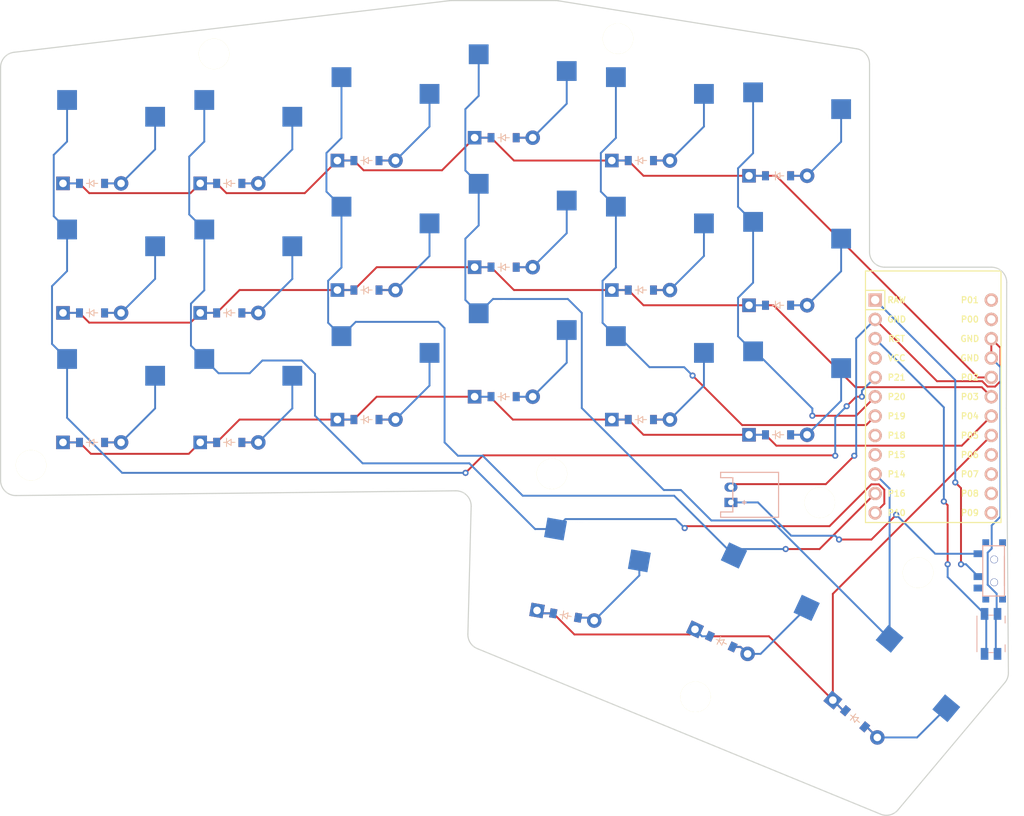
<source format=kicad_pcb>
(kicad_pcb (version 20240108) (generator "pcbnew") (generator_version "8.0")
  (title_block (title "left") (rev "v1.0.0") (company "Unknown"))
  (layers (0 "F.Cu" signal) (31 "B.Cu" signal) (34 "B.Paste" user) (35 "F.Paste" user) (36 "B.SilkS" user "B.Silkscreen") (37 "F.SilkS" user "F.Silkscreen") (38 "B.Mask" user) (39 "F.Mask" user) (44 "Edge.Cuts" user))
  (net 0 "")
  (net 1 "P21")
  (net 2 "outer_under")
  (net 3 "outer_middle")
  (net 4 "outer_upper")
  (net 5 "P10")
  (net 6 "pinky_under")
  (net 7 "pinky_middle")
  (net 8 "pinky_upper")
  (net 9 "P16")
  (net 10 "ring_under")
  (net 11 "ring_middle")
  (net 12 "ring_upper")
  (net 13 "P14")
  (net 14 "middle_under")
  (net 15 "middle_middle")
  (net 16 "middle_upper")
  (net 17 "P19")
  (net 18 "index_under")
  (net 19 "index_middle")
  (net 20 "index_upper")
  (net 21 "P20")
  (net 22 "inner_under")
  (net 23 "inner_middle")
  (net 24 "inner_upper")
  (net 25 "left_row")
  (net 26 "mid_row")
  (net 27 "right_row")
  (net 28 "P4")
  (net 29 "P3")
  (net 30 "P2")
  (net 31 "P5")
  (net 32 "RAW")
  (net 33 "GND")
  (net 34 "RST")
  (net 35 "VCC")
  (net 36 "P18")
  (net 37 "P15")
  (net 38 "P1")
  (net 39 "P0")
  (net 40 "P6")
  (net 41 "P7")
  (net 42 "P8")
  (net 43 "P9")
  (net 44 "pos")
  (footprint "E73:SPDT_C128955" (layer "F.Cu") (at 218.352246 121.867572 -90)
    (property "Reference" "T1" (hide yes))
    (property "Value" "" (hide yes))
  )
  (footprint "HOLE_M2_TH" (layer "F.Cu") (at 92 108)
    (property "Reference" "")
    (property "Value" "")
  )
  (footprint "ComboDiode" (layer "F.Cu") (at 154 82)
    (property "Reference" "D11" (hide yes))
    (property "Value" "" (hide yes))
  )
  (footprint "ComboDiode" (layer "F.Cu") (at 118 88)
    (property "Reference" "D5" (hide yes))
    (property "Value" "" (hide yes))
  )
  (footprint "ComboDiode" (layer "F.Cu") (at 136 102)
    (property "Reference" "D7" (hide yes))
    (property "Value" "" (hide yes))
  )
  (footprint "PG1350" (layer "F.Cu") (at 136 80)
    (property "Reference" "S8" (hide yes))
    (property "Value" "" (hide yes))
  )
  (footprint "JST_PH_S2B-PH-K_02x2.00mm_Angled" (layer "F.Cu") (at 183.815654 111.879931 90)
    (property "Reference" "JST1" (hide yes))
    (property "Value" "" (hide yes))
  )
  (footprint "PG1350" (layer "F.Cu") (at 172 80)
    (property "Reference" "S14" (hide yes))
    (property "Value" "" (hide yes))
  )
  (footprint "PG1350" (layer "F.Cu") (at 118 83)
    (property "Reference" "S5" (hide yes))
    (property "Value" "" (hide yes))
  )
  (footprint "ComboDiode" (layer "F.Cu") (at 172 85)
    (property "Reference" "D14" (hide yes))
    (property "Value" "" (hide yes))
  )
  (footprint "HOLE_M2_TH" (layer "F.Cu") (at 195.475512 112.903501 -25)
    (property "Reference" "")
    (property "Value" "")
  )
  (footprint "PG1350" (layer "F.Cu") (at 118 66)
    (property "Reference" "S6" (hide yes))
    (property "Value" "" (hide yes))
  )
  (footprint "PG1350" (layer "F.Cu") (at 100 83)
    (property "Reference" "S2" (hide yes))
    (property "Value" "" (hide yes))
  )
  (footprint "PG1350" (layer "F.Cu") (at 203.318967 137.44995 -40)
    (property "Reference" "S21" (hide yes))
    (property "Value" "" (hide yes))
  )
  (footprint "PG1350" (layer "F.Cu") (at 184.665771 126.62026 -25)
    (property "Reference" "S20" (hide yes))
    (property "Value" "" (hide yes))
  )
  (footprint "PG1350" (layer "F.Cu") (at 154 60)
    (property "Reference" "S12" (hide yes))
    (property "Value" "" (hide yes))
  )
  (footprint "HOLE_M2_TH" (layer "F.Cu") (at 208.364514 122.102558 -40)
    (property "Reference" "")
    (property "Value" "")
  )
  (footprint "HOLE_M2_TH" (layer "F.Cu") (at 160.333388 109.129258 -10)
    (property "Reference" "")
    (property "Value" "")
  )
  (footprint "ComboDiode" (layer "F.Cu") (at 118 105)
    (property "Reference" "D4" (hide yes))
    (property "Value" "" (hide yes))
  )
  (footprint "ComboDiode" (layer "F.Cu") (at 172 102)
    (property "Reference" "D13" (hide yes))
    (property "Value" "" (hide yes))
  )
  (footprint "ComboDiode" (layer "F.Cu") (at 200.105029 141.280173 -40)
    (property "Reference" "D21" (hide yes))
    (property "Value" "" (hide yes))
  )
  (footprint "PG1350" (layer "F.Cu") (at 172 63)
    (property "Reference" "S15" (hide yes))
    (property "Value" "" (hide yes))
  )
  (footprint "PG1350" (layer "F.Cu") (at 172 97)
    (property "Reference" "S13" (hide yes))
    (property "Value" "" (hide yes))
  )
  (footprint "PG1350" (layer "F.Cu") (at 100 100)
    (property "Reference" "S1" (hide yes))
    (property "Value" "" (hide yes))
  )
  (footprint "PG1350" (layer "F.Cu") (at 136 63)
    (property "Reference" "S9" (hide yes))
    (property "Value" "" (hide yes))
  )
  (footprint "PG1350" (layer "F.Cu") (at 154 77)
    (property "Reference" "S11" (hide yes))
    (property "Value" "" (hide yes))
  )
  (footprint "ComboDiode" (layer "F.Cu") (at 100 71)
    (property "Reference" "D3" (hide yes))
    (property "Value" "" (hide yes))
  )
  (footprint "ComboDiode" (layer "F.Cu") (at 118 71)
    (property "Reference" "D6" (hide yes))
    (property "Value" "" (hide yes))
  )
  (footprint "ComboDiode" (layer "F.Cu") (at 172 68)
    (property "Reference" "D15" (hide yes))
    (property "Value" "" (hide yes))
  )
  (footprint "ComboDiode" (layer "F.Cu") (at 100 105)
    (property "Reference" "D1" (hide yes))
    (property "Value" "" (hide yes))
  )
  (footprint "ComboDiode" (layer "F.Cu") (at 100 88)
    (property "Reference" "D2" (hide yes))
    (property "Value" "" (hide yes))
  )
  (footprint "PG1350" (layer "F.Cu") (at 190 65)
    (property "Reference" "S18" (hide yes))
    (property "Value" "" (hide yes))
  )
  (footprint "ComboDiode" (layer "F.Cu") (at 154 65)
    (property "Reference" "D12" (hide yes))
    (property "Value" "" (hide yes))
  )
  (footprint "ComboDiode" (layer "F.Cu") (at 136 68)
    (property "Reference" "D9" (hide yes))
    (property "Value" "" (hide yes))
  )
  (footprint "ProMicro" (layer "F.Cu") (at 210.359136 100.278913 -90)
    (property "Reference" "MCU1" (hide yes))
    (property "Value" "" (hide yes))
  )
  (footprint "PG1350" (layer "F.Cu") (at 118 100)
    (property "Reference" "S4" (hide yes))
    (property "Value" "" (hide yes))
  )
  (footprint "ComboDiode" (layer "F.Cu") (at 182.552679 131.151799 -25)
    (property "Reference" "D20" (hide yes))
    (property "Value" "" (hide yes))
  )
  (footprint "PG1350" (layer "F.Cu") (at 190 82)
    (property "Reference" "S17" (hide yes))
    (property "Value" "" (hide yes))
  )
  (footprint "ComboDiode" (layer "F.Cu") (at 190 87)
    (property "Reference" "D17" (hide yes))
    (property "Value" "" (hide yes))
  )
  (footprint "ComboDiode" (layer "F.Cu") (at 154 99)
    (property "Reference" "D10" (hide yes))
    (property "Value" "" (hide yes))
  )
  (footprint "PG1350" (layer "F.Cu") (at 163 122.8 -10)
    (property "Reference" "S19" (hide yes))
    (property "Value" "" (hide yes))
  )
  (footprint "HOLE_M2_TH" (layer "F.Cu") (at 179.171733 138.402261 -25)
    (property "Reference" "")
    (property "Value" "")
  )
  (footprint "ComboDiode" (layer "F.Cu") (at 190 104)
    (property "Reference" "D16" (hide yes))
    (property "Value" "" (hide yes))
  )
  (footprint "Panasonic_EVQPUL_EVQPUC" (layer "F.Cu") (at 217.94007 130.137403 -90)
    (property "Reference" "B1" (hide yes))
    (property "Value" "Panasonic_EVQPUL_EVQPUC" (hide yes))
  )
  (footprint "HOLE_M2_TH" (layer "F.Cu") (at 169 52)
    (property "Reference" "")
    (property "Value" "")
  )
  (footprint "PG1350" (layer "F.Cu") (at 190 99)
    (property "Reference" "S16" (hide yes))
    (property "Value" "" (hide yes))
  )
  (footprint "ComboDiode" (layer "F.Cu") (at 162.131759 127.724039 -10)
    (property "Reference" "D19" (hide yes))
    (property "Value" "" (hide yes))
  )
  (footprint "HOLE_M2_TH" (layer "F.Cu") (at 116 54)
    (property "Reference" "")
    (property "Value" "")
  )
  (footprint "PG1350" (layer "F.Cu") (at 100 66)
    (property "Reference" "S3" (hide yes))
    (property "Value" "" (hide yes))
  )
  (footprint "PG1350" (layer "F.Cu") (at 136 97)
    (property "Reference" "S7" (hide yes))
    (property "Value" "" (hide yes))
  )
  (footprint "PG1350" (layer "F.Cu") (at 154 94)
    (property "Reference" "S10" (hide yes))
    (property "Value" "" (hide yes))
  )
  (footprint "ComboDiode" (layer "F.Cu") (at 136 85)
    (property "Reference" "D8" (hide yes))
    (property "Value" "" (hide yes))
  )
  (footprint "ComboDiode" (layer "F.Cu") (at 190 70)
    (property "Reference" "D18" (hide yes))
    (property "Value" "" (hide yes))
  )
  (gr_arc (start 220.219476 135.234515) (mid 220.101447 135.926435) (end 219.75162 136.534963) (stroke (width 0.15)) (layer "Edge.Cuts"))
  (gr_arc (start 217.995801 82) (mid 219.411497 82.58727) (end 219.995797 84.004194) (stroke (width 0.15)) (layer "Edge.Cuts"))
  (gr_line (start 90.02162 111.978145) (end 147.71657 111.35443) (stroke (width 0.15)) (layer "Edge.Cuts"))
  (gr_arc (start 147.716571 111.354429) (mid 149.162854 111.950627) (end 149.737533 113.405594) (stroke (width 0.15)) (layer "Edge.Cuts"))
  (gr_arc (start 219.961266 100.513086) (mid 219.961218 100.503553) (end 219.961215 100.494019) (stroke (width 0.15)) (layer "Edge.Cuts"))
  (gr_line (start 219.961215 100.494019) (end 219.995797 84.004194) (stroke (width 0.15)) (layer "Edge.Cuts"))
  (gr_arc (start 88.000001 55.776739) (mid 88.504797 54.448446) (end 89.764365 53.790669) (stroke (width 0.15)) (layer "Edge.Cuts"))
  (gr_line (start 205.737743 153.236051) (end 219.751619 136.534963) (stroke (width 0.15)) (layer "Edge.Cuts"))
  (gr_line (start 220.219475 135.234515) (end 219.961265 100.513087) (stroke (width 0.15)) (layer "Edge.Cuts"))
  (gr_arc (start 205.737744 153.236051) (mid 204.683908 153.892453) (end 203.445772 153.800498) (stroke (width 0.15)) (layer "Edge.Cuts"))
  (gr_line (start 149.737533 113.405594) (end 149.307513 130.171418) (stroke (width 0.15)) (layer "Edge.Cuts"))
  (gr_line (start 146.882594 47.013929) (end 89.764365 53.790669) (stroke (width 0.15)) (layer "Edge.Cuts"))
  (gr_line (start 150.546973 132.07272) (end 203.445772 153.800498) (stroke (width 0.15)) (layer "Edge.Cuts"))
  (gr_arc (start 90.02162 111.978145) (mid 88.593451 111.400099) (end 88 109.978262) (stroke (width 0.15)) (layer "Edge.Cuts"))
  (gr_arc (start 160.840054 47) (mid 160.999491 47.006365) (end 161.157913 47.02542) (stroke (width 0.15)) (layer "Edge.Cuts"))
  (gr_line (start 200.317859 53.329216) (end 161.157913 47.02542) (stroke (width 0.15)) (layer "Edge.Cuts"))
  (gr_line (start 217.995801 82) (end 204 82) (stroke (width 0.15)) (layer "Edge.Cuts"))
  (gr_arc (start 200.317859 53.329216) (mid 201.522452 54.006822) (end 202 55.303796) (stroke (width 0.15)) (layer "Edge.Cuts"))
  (gr_line (start 160.840054 47) (end 147.11823 47) (stroke (width 0.15)) (layer "Edge.Cuts"))
  (gr_arc (start 146.882595 47.01393) (mid 147.000207 47.003486) (end 147.11823 47) (stroke (width 0.15)) (layer "Edge.Cuts"))
  (gr_line (start 88 55.776739) (end 88 109.978262) (stroke (width 0.15)) (layer "Edge.Cuts"))
  (gr_arc (start 204 82) (mid 202.585786 81.414214) (end 202 80) (stroke (width 0.15)) (layer "Edge.Cuts"))
  (gr_arc (start 150.546972 132.07272) (mid 149.631424 131.314913) (end 149.307513 130.171418) (stroke (width 0.15)) (layer "Edge.Cuts"))
  (gr_line (start 202 80) (end 202 55.303796) (stroke (width 0.15)) (layer "Edge.Cuts"))
  (segment (start 149 109) (end 151.295742 106.704258) (width 0.25) (layer "F.Cu") (net 1))
  (segment (start 200.25 99) (end 201 99) (width 0.25) (layer "F.Cu") (net 1))
  (segment (start 151.295742 106.704258) (end 197.454258 106.704258) (width 0.25) (layer "F.Cu") (net 1))
  (segment (start 197.454258 106.704258) (end 197.5 106.75) (width 0.25) (layer "F.Cu") (net 1))
  (segment (start 199 100.25) (end 200.25 99) (width 0.25) (layer "F.Cu") (net 1))
  (via (at 149 109) (size 0.8) (drill 0.4) (layers "F.Cu" "B.Cu") (net 1))
  (via (at 197.5 106.75) (size 0.8) (drill 0.4) (layers "F.Cu" "B.Cu") (net 1))
  (via (at 201 99) (size 0.8) (drill 0.4) (layers "F.Cu" "B.Cu") (net 1))
  (via (at 199 100.25) (size 0.8) (drill 0.4) (layers "F.Cu" "B.Cu") (net 1))
  (segment (start 201 98.208049) (end 202.739136 96.468913) (width 0.25) (layer "B.Cu") (net 1))
  (segment (start 103.95 109) (end 149 109) (width 0.25) (layer "B.Cu") (net 1))
  (segment (start 96.725 101.775) (end 103.95 109) (width 0.25) (layer "B.Cu") (net 1))
  (segment (start 197.5 106.75) (end 197.5 101.75) (width 0.25) (layer "B.Cu") (net 1))
  (segment (start 94.976 67.257684) (end 94.976 75.301) (width 0.25) (layer "B.Cu") (net 1))
  (segment (start 96.725 77.05) (end 96.725 82.508684) (width 0.25) (layer "B.Cu") (net 1))
  (segment (start 96.725 94.05) (end 96.725 101.775) (width 0.25) (layer "B.Cu") (net 1))
  (segment (start 96.725 60.05) (end 96.725 65.508684) (width 0.25) (layer "B.Cu") (net 1))
  (segment (start 96.725 82.508684) (end 94.75 84.483684) (width 0.25) (layer "B.Cu") (net 1))
  (segment (start 94.75 92.075) (end 96.725 94.05) (width 0.25) (layer "B.Cu") (net 1))
  (segment (start 96.725 65.508684) (end 94.976 67.257684) (width 0.25) (layer "B.Cu") (net 1))
  (segment (start 197.5 101.75) (end 199 100.25) (width 0.25) (layer "B.Cu") (net 1))
  (segment (start 94.976 75.301) (end 96.725 77.05) (width 0.25) (layer "B.Cu") (net 1))
  (segment (start 94.75 84.483684) (end 94.75 92.075) (width 0.25) (layer "B.Cu") (net 1))
  (segment (start 201 99) (end 201 98.208049) (width 0.25) (layer "B.Cu") (net 1))
  (segment (start 101.65 105) (end 103.81 105) (width 0.25) (layer "F.Cu") (net 2))
  (segment (start 108.275 96.25) (end 108.275 100.535) (width 0.25) (layer "B.Cu") (net 2))
  (segment (start 101.65 105) (end 103.81 105) (width 0.25) (layer "B.Cu") (net 2))
  (segment (start 108.275 100.535) (end 103.81 105) (width 0.25) (layer "B.Cu") (net 2))
  (segment (start 101.65 88) (end 103.81 88) (width 0.25) (layer "F.Cu") (net 3))
  (segment (start 108.275 79.25) (end 108.275 83.535) (width 0.25) (layer "B.Cu") (net 3))
  (segment (start 101.65 88) (end 103.81 88) (width 0.25) (layer "B.Cu") (net 3))
  (segment (start 108.275 83.535) (end 103.81 88) (width 0.25) (layer "B.Cu") (net 3))
  (segment (start 101.65 71) (end 103.81 71) (width 0.25) (layer "F.Cu") (net 4))
  (segment (start 101.65 71) (end 103.81 71) (width 0.25) (layer "B.Cu") (net 4))
  (segment (start 108.275 62.25) (end 108.275 66.535) (width 0.25) (layer "B.Cu") (net 4))
  (segment (start 108.275 66.535) (end 103.81 71) (width 0.25) (layer "B.Cu") (net 4))
  (segment (start 196.749154 116) (end 202.241541 110.507613) (width 0.25) (layer "F.Cu") (net 5))
  (segment (start 203.236731 110.507613) (end 203.940436 111.211318) (width 0.25) (layer "F.Cu") (net 5))
  (segment (start 178 116) (end 196.749154 116) (width 0.25) (layer "F.Cu") (net 5))
  (segment (start 202.241541 110.507613) (end 203.236731 110.507613) (width 0.25) (layer "F.Cu") (net 5))
  (segment (start 203.940436 113.047613) (end 202.739136 114.248913) (width 0.25) (layer "F.Cu") (net 5))
  (segment (start 203.940436 111.211318) (end 203.940436 113.047613) (width 0.25) (layer "F.Cu") (net 5))
  (segment (start 177.75 116.25) (end 178 116) (width 0.25) (layer "F.Cu") (net 5))
  (via (at 177.75 116.25) (size 0.8) (drill 0.4) (layers "F.Cu" "B.Cu") (net 5))
  (segment (start 112.75 75.075) (end 114.725 77.05) (width 0.25) (layer "B.Cu") (net 5))
  (segment (start 120.67335 95.925) (end 122.34835 94.25) (width 0.25) (layer "B.Cu") (net 5))
  (segment (start 122.34835 94.25) (end 127.5 94.25) (width 0.25) (layer "B.Cu") (net 5))
  (segment (start 114.725 77.05) (end 114.725 85.037) (width 0.25) (layer "B.Cu") (net 5))
  (segment (start 129.25 96) (end 129.25 101.498665) (width 0.25) (layer "B.Cu") (net 5))
  (segment (start 114.725 94.05) (end 116.6 95.925) (width 0.25) (layer "B.Cu") (net 5))
  (segment (start 114.725 85.037) (end 112.976 86.786) (width 0.25) (layer "B.Cu") (net 5))
  (segment (start 112.976 86.786) (end 112.976 92.301) (width 0.25) (layer "B.Cu") (net 5))
  (segment (start 162.114263 115.065394) (end 176.565394 115.065394) (width 0.25) (layer "B.Cu") (net 5))
  (segment (start 149.5 107.75) (end 158.121696 116.371696) (width 0.25) (layer "B.Cu") (net 5))
  (segment (start 114.725 60.05) (end 114.725 65.508684) (width 0.25) (layer "B.Cu") (net 5))
  (segment (start 116.6 95.925) (end 120.67335 95.925) (width 0.25) (layer "B.Cu") (net 5))
  (segment (start 160.807961 116.371696) (end 162.114263 115.065394) (width 0.25) (layer "B.Cu") (net 5))
  (segment (start 127.5 94.25) (end 129.25 96) (width 0.25) (layer "B.Cu") (net 5))
  (segment (start 112.976 92.301) (end 114.725 94.05) (width 0.25) (layer "B.Cu") (net 5))
  (segment (start 135.501335 107.75) (end 149.5 107.75) (width 0.25) (layer "B.Cu") (net 5))
  (segment (start 112.75 67.483684) (end 112.75 75.075) (width 0.25) (layer "B.Cu") (net 5))
  (segment (start 129.25 101.498665) (end 135.501335 107.75) (width 0.25) (layer "B.Cu") (net 5))
  (segment (start 158.121696 116.371696) (end 160.807961 116.371696) (width 0.25) (layer "B.Cu") (net 5))
  (segment (start 176.565394 115.065394) (end 177.75 116.25) (width 0.25) (layer "B.Cu") (net 5))
  (segment (start 114.725 65.508684) (end 112.75 67.483684) (width 0.25) (layer "B.Cu") (net 5))
  (segment (start 119.65 105) (end 121.81 105) (width 0.25) (layer "F.Cu") (net 6))
  (segment (start 126.275 100.535) (end 121.81 105) (width 0.25) (layer "B.Cu") (net 6))
  (segment (start 126.275 96.25) (end 126.275 100.535) (width 0.25) (layer "B.Cu") (net 6))
  (segment (start 119.65 105) (end 121.81 105) (width 0.25) (layer "B.Cu") (net 6))
  (segment (start 119.65 88) (end 121.81 88) (width 0.25) (layer "F.Cu") (net 7))
  (segment (start 126.275 79.25) (end 126.275 83.535) (width 0.25) (layer "B.Cu") (net 7))
  (segment (start 126.275 83.535) (end 121.81 88) (width 0.25) (layer "B.Cu") (net 7))
  (segment (start 119.65 88) (end 121.81 88) (width 0.25) (layer "B.Cu") (net 7))
  (segment (start 119.65 71) (end 121.81 71) (width 0.25) (layer "F.Cu") (net 8))
  (segment (start 126.275 66.535) (end 121.81 71) (width 0.25) (layer "B.Cu") (net 8))
  (segment (start 126.275 62.25) (end 126.275 66.535) (width 0.25) (layer "B.Cu") (net 8))
  (segment (start 119.65 71) (end 121.81 71) (width 0.25) (layer "B.Cu") (net 8))
  (segment (start 191 119) (end 195.448049 119) (width 0.25) (layer "F.Cu") (net 9))
  (segment (start 195.448049 119) (end 202.739136 111.708913) (width 0.25) (layer "F.Cu") (net 9))
  (via (at 191 119) (size 0.8) (drill 0.4) (layers "F.Cu" "B.Cu") (net 9))
  (segment (start 185.055846 119) (end 191 119) (width 0.25) (layer "B.Cu") (net 9))
  (segment (start 134.6 89.175) (end 145.425 89.175) (width 0.25) (layer "B.Cu") (net 9))
  (segment (start 148 106.75) (end 151.25 106.75) (width 0.25) (layer "B.Cu") (net 9))
  (segment (start 176.368538 112) (end 184.212192 119.843654) (width 0.25) (layer "B.Cu") (net 9))
  (segment (start 132.725 57.05) (end 132.725 65.037) (width 0.25) (layer "B.Cu") (net 9))
  (segment (start 132.725 74.05) (end 132.725 82.037) (width 0.25) (layer "B.Cu") (net 9))
  (segment (start 184.212192 119.843654) (end 185.055846 119) (width 0.25) (layer "B.Cu") (net 9))
  (segment (start 145.425 89.175) (end 146.25 90) (width 0.25) (layer "B.Cu") (net 9))
  (segment (start 156.5 112) (end 176.368538 112) (width 0.25) (layer "B.Cu") (net 9))
  (segment (start 151.25 106.75) (end 156.5 112) (width 0.25) (layer "B.Cu") (net 9))
  (segment (start 146.25 105) (end 148 106.75) (width 0.25) (layer "B.Cu") (net 9))
  (segment (start 132.725 82.037) (end 130.976 83.786) (width 0.25) (layer "B.Cu") (net 9))
  (segment (start 132.725 65.037) (end 130.75 67.012) (width 0.25) (layer "B.Cu") (net 9))
  (segment (start 130.75 72.075) (end 132.725 74.05) (width 0.25) (layer "B.Cu") (net 9))
  (segment (start 130.976 89.301) (end 132.725 91.05) (width 0.25) (layer "B.Cu") (net 9))
  (segment (start 130.976 83.786) (end 130.976 89.301) (width 0.25) (layer "B.Cu") (net 9))
  (segment (start 132.725 91.05) (end 134.6 89.175) (width 0.25) (layer "B.Cu") (net 9))
  (segment (start 130.75 67.012) (end 130.75 72.075) (width 0.25) (layer "B.Cu") (net 9))
  (segment (start 146.25 90) (end 146.25 105) (width 0.25) (layer "B.Cu") (net 9))
  (segment (start 137.65 102) (end 139.81 102) (width 0.25) (layer "F.Cu") (net 10))
  (segment (start 144.275 97.535) (end 139.81 102) (width 0.25) (layer "B.Cu") (net 10))
  (segment (start 137.65 102) (end 139.81 102) (width 0.25) (layer "B.Cu") (net 10))
  (segment (start 144.275 93.25) (end 144.275 97.535) (width 0.25) (layer "B.Cu") (net 10))
  (segment (start 137.65 85) (end 139.81 85) (width 0.25) (layer "F.Cu") (net 11))
  (segment (start 137.65 85) (end 139.81 85) (width 0.25) (layer "B.Cu") (net 11))
  (segment (start 144.275 80.535) (end 139.81 85) (width 0.25) (layer "B.Cu") (net 11))
  (segment (start 144.275 76.25) (end 144.275 80.535) (width 0.25) (layer "B.Cu") (net 11))
  (segment (start 137.65 68) (end 139.81 68) (width 0.25) (layer "F.Cu") (net 12))
  (segment (start 137.65 68) (end 139.81 68) (width 0.25) (layer "B.Cu") (net 12))
  (segment (start 144.275 59.25) (end 144.275 63.535) (width 0.25) (layer "B.Cu") (net 12))
  (segment (start 144.275 63.535) (end 139.81 68) (width 0.25) (layer "B.Cu") (net 12))
  (segment (start 150.725 54.05) (end 150.725 59.508684) (width 0.25) (layer "B.Cu") (net 13))
  (segment (start 148.976 69.301) (end 150.725 71.05) (width 0.25) (layer "B.Cu") (net 13))
  (segment (start 148.976 61.257684) (end 148.976 69.301) (width 0.25) (layer "B.Cu") (net 13))
  (segment (start 162.425 86.175) (end 164.25 88) (width 0.25) (layer "B.Cu") (net 13))
  (segment (start 181.25 115.25) (end 189.097902 115.25) (width 0.25) (layer "B.Cu") (net 13))
  (segment (start 152.6 86.175) (end 162.425 86.175) (width 0.25) (layer "B.Cu") (net 13))
  (segment (start 204.634758 111.064535) (end 202.739136 109.168913) (width 0.25) (layer "B.Cu") (net 13))
  (segment (start 204.634758 130.786856) (end 204.634758 111.064535) (width 0.25) (layer "B.Cu") (net 13))
  (segment (start 150.725 71.05) (end 150.725 76.508684) (width 0.25) (layer "B.Cu") (net 13))
  (segment (start 177.25 111.25) (end 181.25 115.25) (width 0.25) (layer "B.Cu") (net 13))
  (segment (start 150.725 76.508684) (end 148.976 78.257684) (width 0.25) (layer "B.Cu") (net 13))
  (segment (start 150.725 59.508684) (end 148.976 61.257684) (width 0.25) (layer "B.Cu") (net 13))
  (segment (start 148.976 78.257684) (end 148.976 86.301) (width 0.25) (layer "B.Cu") (net 13))
  (segment (start 164.25 88) (end 164.25 100.488) (width 0.25) (layer "B.Cu") (net 13))
  (segment (start 164.25 100.488) (end 175.012 111.25) (width 0.25) (layer "B.Cu") (net 13))
  (segment (start 148.976 86.301) (end 150.725 88.05) (width 0.25) (layer "B.Cu") (net 13))
  (segment (start 150.725 88.05) (end 152.6 86.175) (width 0.25) (layer "B.Cu") (net 13))
  (segment (start 175.012 111.25) (end 177.25 111.25) (width 0.25) (layer "B.Cu") (net 13))
  (segment (start 189.097902 115.25) (end 204.634758 130.786856) (width 0.25) (layer "B.Cu") (net 13))
  (segment (start 155.65 99) (end 157.81 99) (width 0.25) (layer "F.Cu") (net 14))
  (segment (start 162.275 90.25) (end 162.275 94.535) (width 0.25) (layer "B.Cu") (net 14))
  (segment (start 155.65 99) (end 157.81 99) (width 0.25) (layer "B.Cu") (net 14))
  (segment (start 162.275 94.535) (end 157.81 99) (width 0.25) (layer "B.Cu") (net 14))
  (segment (start 155.65 82) (end 157.81 82) (width 0.25) (layer "F.Cu") (net 15))
  (segment (start 162.275 77.535) (end 157.81 82) (width 0.25) (layer "B.Cu") (net 15))
  (segment (start 162.275 73.25) (end 162.275 77.535) (width 0.25) (layer "B.Cu") (net 15))
  (segment (start 155.65 82) (end 157.81 82) (width 0.25) (layer "B.Cu") (net 15))
  (segment (start 155.65 65) (end 157.81 65) (width 0.25) (layer "F.Cu") (net 16))
  (segment (start 162.275 56.25) (end 162.275 60.535) (width 0.25) (layer "B.Cu") (net 16))
  (segment (start 155.65 65) (end 157.81 65) (width 0.25) (layer "B.Cu") (net 16))
  (segment (start 162.275 60.535) (end 157.81 65) (width 0.25) (layer "B.Cu") (net 16))
  (segment (start 185.281719 102.7225) (end 201.565549 102.7225) (width 0.25) (layer "F.Cu") (net 17))
  (segment (start 178.787012 96.227793) (end 185.281719 102.7225) (width 0.25) (layer "F.Cu") (net 17))
  (segment (start 201.565549 102.7225) (end 202.739136 101.548913) (width 0.25) (layer "F.Cu") (net 17))
  (via (at 178.787012 96.227793) (size 0.8) (drill 0.4) (layers "F.Cu" "B.Cu") (net 17))
  (segment (start 169.05 91.05) (end 173.125 95.125) (width 0.25) (layer "B.Cu") (net 17))
  (segment (start 168.725 74.05) (end 168.725 82.037) (width 0.25) (layer "B.Cu") (net 17))
  (segment (start 166.75 67.012) (end 166.75 72.075) (width 0.25) (layer "B.Cu") (net 17))
  (segment (start 166.976 89.301) (end 168.725 91.05) (width 0.25) (layer "B.Cu") (net 17))
  (segment (start 168.725 91.05) (end 169.05 91.05) (width 0.25) (layer "B.Cu") (net 17))
  (segment (start 166.976 83.786) (end 166.976 89.301) (width 0.25) (layer "B.Cu") (net 17))
  (segment (start 173.125 95.125) (end 177.684219 95.125) (width 0.25) (layer "B.Cu") (net 17))
  (segment (start 168.725 57.05) (end 168.725 65.037) (width 0.25) (layer "B.Cu") (net 17))
  (segment (start 168.725 65.037) (end 166.75 67.012) (width 0.25) (layer "B.Cu") (net 17))
  (segment (start 177.684219 95.125) (end 178.787012 96.227793) (width 0.25) (layer "B.Cu") (net 17))
  (segment (start 166.75 72.075) (end 168.725 74.05) (width 0.25) (layer "B.Cu") (net 17))
  (segment (start 168.725 82.037) (end 166.976 83.786) (width 0.25) (layer "B.Cu") (net 17))
  (segment (start 173.65 102) (end 175.81 102) (width 0.25) (layer "F.Cu") (net 18))
  (segment (start 173.65 102) (end 175.81 102) (width 0.25) (layer "B.Cu") (net 18))
  (segment (start 180.275 93.25) (end 180.275 97.535) (width 0.25) (layer "B.Cu") (net 18))
  (segment (start 180.275 97.535) (end 175.81 102) (width 0.25) (layer "B.Cu") (net 18))
  (segment (start 173.65 85) (end 175.81 85) (width 0.25) (layer "F.Cu") (net 19))
  (segment (start 180.275 80.535) (end 175.81 85) (width 0.25) (layer "B.Cu") (net 19))
  (segment (start 173.65 85) (end 175.81 85) (width 0.25) (layer "B.Cu") (net 19))
  (segment (start 180.275 76.25) (end 180.275 80.535) (width 0.25) (layer "B.Cu") (net 19))
  (segment (start 173.65 68) (end 175.81 68) (width 0.25) (layer "F.Cu") (net 20))
  (segment (start 180.275 59.25) (end 180.275 63.535) (width 0.25) (layer "B.Cu") (net 20))
  (segment (start 173.65 68) (end 175.81 68) (width 0.25) (layer "B.Cu") (net 20))
  (segment (start 180.275 63.535) (end 175.81 68) (width 0.25) (layer "B.Cu") (net 20))
  (segment (start 200.248049 101.5) (end 202.739136 99.008913) (width 0.25) (layer "F.Cu") (net 21))
  (segment (start 194.5 101.5) (end 200.248049 101.5) (width 0.25) (layer "F.Cu") (net 21))
  (via (at 194.5 101.5) (size 0.8) (drill 0.4) (layers "F.Cu" "B.Cu") (net 21))
  (segment (start 186.725 59.05) (end 186.725 67.037) (width 0.25) (layer "B.Cu") (net 21))
  (segment (start 186.725 84.037) (end 184.75 86.012) (width 0.25) (layer "B.Cu") (net 21))
  (segment (start 186.725 67.037) (end 184.75 69.012) (width 0.25) (layer "B.Cu") (net 21))
  (segment (start 184.75 74.075) (end 186.725 76.05) (width 0.25) (layer "B.Cu") (net 21))
  (segment (start 184.75 69.012) (end 184.75 74.075) (width 0.25) (layer "B.Cu") (net 21))
  (segment (start 186.725 93.05) (end 187.004999 93.05) (width 0.25) (layer "B.Cu") (net 21))
  (segment (start 184.75 91.075) (end 186.725 93.05) (width 0.25) (layer "B.Cu") (net 21))
  (segment (start 184.75 86.012) (end 184.75 91.075) (width 0.25) (layer "B.Cu") (net 21))
  (segment (start 186.725 76.05) (end 186.725 84.037) (width 0.25) (layer "B.Cu") (net 21))
  (segment (start 187.004999 93.05) (end 194.5 100.545001) (width 0.25) (layer "B.Cu") (net 21))
  (segment (start 194.5 100.545001) (end 194.5 101.5) (width 0.25) (layer "B.Cu") (net 21))
  (segment (start 191.65 104) (end 193.81 104) (width 0.25) (layer "F.Cu") (net 22))
  (segment (start 198.275 99.535) (end 193.81 104) (width 0.25) (layer "B.Cu") (net 22))
  (segment (start 191.65 104) (end 193.81 104) (width 0.25) (layer "B.Cu") (net 22))
  (segment (start 198.275 95.25) (end 198.275 99.535) (width 0.25) (layer "B.Cu") (net 22))
  (segment (start 191.65 87) (end 193.81 87) (width 0.25) (layer "F.Cu") (net 23))
  (segment (start 198.275 78.25) (end 198.275 82.535) (width 0.25) (layer "B.Cu") (net 23))
  (segment (start 198.275 82.535) (end 193.81 87) (width 0.25) (layer "B.Cu") (net 23))
  (segment (start 191.65 87) (end 193.81 87) (width 0.25) (layer "B.Cu") (net 23))
  (segment (start 191.65 70) (end 193.81 70) (width 0.25) (layer "F.Cu") (net 24))
  (segment (start 198.275 61.25) (end 198.275 65.535) (width 0.25) (layer "B.Cu") (net 24))
  (segment (start 191.65 70) (end 193.81 70) (width 0.25) (layer "B.Cu") (net 24))
  (segment (start 198.275 65.535) (end 193.81 70) (width 0.25) (layer "B.Cu") (net 24))
  (segment (start 163.756692 128.010558) (end 165.508796 128.010558) (width 0.25) (layer "F.Cu") (net 25))
  (segment (start 165.508796 128.010558) (end 165.883877 128.385639) (width 0.25) (layer "F.Cu") (net 25))
  (segment (start 165.508796 128.010558) (end 165.883877 128.385639) (width 0.25) (layer "B.Cu") (net 25))
  (segment (start 171.800465 120.54391) (end 171.800465 122.469051) (width 0.25) (layer "B.Cu") (net 25))
  (segment (start 171.800465 122.469051) (end 165.883877 128.385639) (width 0.25) (layer "B.Cu") (net 25))
  (segment (start 163.756692 128.010558) (end 165.508796 128.010558) (width 0.25) (layer "B.Cu") (net 25))
  (segment (start 185.092856 131.849119) (end 186.005712 132.761975) (width 0.25) (layer "F.Cu") (net 26))
  (segment (start 184.048087 131.849119) (end 185.092856 131.849119) (width 0.25) (layer "F.Cu") (net 26))
  (segment (start 193.750286 126.718772) (end 187.707083 132.761975) (width 0.25) (layer "B.Cu") (net 26))
  (segment (start 184.048087 131.849119) (end 185.092856 131.849119) (width 0.25) (layer "B.Cu") (net 26))
  (segment (start 187.707083 132.761975) (end 186.005712 132.761975) (width 0.25) (layer "B.Cu") (net 26))
  (segment (start 185.092856 131.849119) (end 186.005712 132.761975) (width 0.25) (layer "B.Cu") (net 26))
  (segment (start 201.369002 142.340773) (end 201.635237 142.340773) (width 0.25) (layer "F.Cu") (net 27))
  (segment (start 201.635237 142.340773) (end 203.023658 143.729194) (width 0.25) (layer "F.Cu") (net 27))
  (segment (start 212.068438 139.896351) (end 208.235595 143.729194) (width 0.25) (layer "B.Cu") (net 27))
  (segment (start 201.635237 142.340773) (end 203.023658 143.729194) (width 0.25) (layer "B.Cu") (net 27))
  (segment (start 201.369002 142.340773) (end 201.635237 142.340773) (width 0.25) (layer "B.Cu") (net 27))
  (segment (start 208.235595 143.729194) (end 203.023658 143.729194) (width 0.25) (layer "B.Cu") (net 27))
  (segment (start 98.35 105) (end 96.19 105) (width 0.25) (layer "F.Cu") (net 28))
  (segment (start 152.35 99.15) (end 155.2 102) (width 0.25) (layer "F.Cu") (net 28))
  (segment (start 188.35 104) (end 186.19 104) (width 0.25) (layer "F.Cu") (net 28))
  (segment (start 116.35 105) (end 114.19 105) (width 0.25) (layer "F.Cu") (net 28))
  (segment (start 112.69 106.5) (end 114.19 105) (width 0.25) (layer "F.Cu") (net 28))
  (segment (start 134.35 102) (end 137.35 99) (width 0.25) (layer "F.Cu") (net 28))
  (segment (start 155.2 102) (end 168.19 102) (width 0.25) (layer "F.Cu") (net 28))
  (segment (start 170.35 102) (end 172.35 104) (width 0.25) (layer "F.Cu") (net 28))
  (segment (start 99.85 106.5) (end 112.69 106.5) (width 0.25) (layer "F.Cu") (net 28))
  (segment (start 98.35 105) (end 99.85 106.5) (width 0.25) (layer "F.Cu") (net 28))
  (segment (start 152.35 99) (end 152.35 99.15) (width 0.25) (layer "F.Cu") (net 28))
  (segment (start 116.35 105) (end 119.35 102) (width 0.25) (layer "F.Cu") (net 28))
  (segment (start 137.35 99) (end 150.19 99) (width 0.25) (layer "F.Cu") (net 28))
  (segment (start 134.35 102) (end 132.19 102) (width 0.25) (layer "F.Cu") (net 28))
  (segment (start 188.35 104) (end 189.777613 105.427613) (width 0.25) (layer "F.Cu") (net 28))
  (segment (start 119.35 102) (end 132.19 102) (width 0.25) (layer "F.Cu") (net 28))
  (segment (start 170.35 102) (end 168.19 102) (width 0.25) (layer "F.Cu") (net 28))
  (segment (start 214.100436 105.427613) (end 217.979136 101.548913) (width 0.25) (layer "F.Cu") (net 28))
  (segment (start 189.777613 105.427613) (end 214.100436 105.427613) (width 0.25) (layer "F.Cu") (net 28))
  (segment (start 172.35 104) (end 186.19 104) (width 0.25) (layer "F.Cu") (net 28))
  (segment (start 152.35 99) (end 150.19 99) (width 0.25) (layer "F.Cu") (net 28))
  (segment (start 98.35 105) (end 96.19 105) (width 0.25) (layer "B.Cu") (net 28))
  (segment (start 188.35 104) (end 186.19 104) (width 0.25) (layer "B.Cu") (net 28))
  (segment (start 134.35 102) (end 132.19 102) (width 0.25) (layer "B.Cu") (net 28))
  (segment (start 152.35 99) (end 150.19 99) (width 0.25) (layer "B.Cu") (net 28))
  (segment (start 116.35 105) (end 114.19 105) (width 0.25) (layer "B.Cu") (net 28))
  (segment (start 170.35 102) (end 168.19 102) (width 0.25) (layer "B.Cu") (net 28))
  (segment (start 152.35 82) (end 155.35 85) (width 0.25) (layer "F.Cu") (net 29))
  (segment (start 188.35 87) (end 189.40165 87) (width 0.25) (layer "F.Cu") (net 29))
  (segment (start 98.35 88) (end 96.19 88) (width 0.25) (layer "F.Cu") (net 29))
  (segment (start 188.35 87) (end 186.19 87) (width 0.25) (layer "F.Cu") (net 29))
  (segment (start 216.720223 97.75) (end 217.979136 99.008913) (width 0.25) (layer "F.Cu") (net 29))
  (segment (start 99.6275 89.2775) (end 112.9125 89.2775) (width 0.25) (layer "F.Cu") (net 29))
  (segment (start 98.35 88) (end 99.6275 89.2775) (width 0.25) (layer "F.Cu") (net 29))
  (segment (start 112.9125 89.2775) (end 114.19 88) (width 0.25) (layer "F.Cu") (net 29))
  (segment (start 200.15165 97.75) (end 216.720223 97.75) (width 0.25) (layer "F.Cu") (net 29))
  (segment (start 119.35 85) (end 132.19 85) (width 0.25) (layer "F.Cu") (net 29))
  (segment (start 189.40165 87) (end 200.15165 97.75) (width 0.25) (layer "F.Cu") (net 29))
  (segment (start 170.35 85) (end 168.19 85) (width 0.25) (layer "F.Cu") (net 29))
  (segment (start 155.35 85) (end 168.19 85) (width 0.25) (layer "F.Cu") (net 29))
  (segment (start 152.35 82) (end 150.19 82) (width 0.25) (layer "F.Cu") (net 29))
  (segment (start 170.35 85) (end 172.35 87) (width 0.25) (layer "F.Cu") (net 29))
  (segment (start 172.35 87) (end 186.19 87) (width 0.25) (layer "F.Cu") (net 29))
  (segment (start 137.35 82) (end 150.19 82) (width 0.25) (layer "F.Cu") (net 29))
  (segment (start 116.35 88) (end 114.19 88) (width 0.25) (layer "F.Cu") (net 29))
  (segment (start 134.35 85) (end 132.19 85) (width 0.25) (layer "F.Cu") (net 29))
  (segment (start 116.35 88) (end 119.35 85) (width 0.25) (layer "F.Cu") (net 29))
  (segment (start 134.35 85) (end 137.35 82) (width 0.25) (layer "F.Cu") (net 29))
  (segment (start 188.35 87) (end 186.19 87) (width 0.25) (layer "B.Cu") (net 29))
  (segment (start 152.35 82) (end 150.19 82) (width 0.25) (layer "B.Cu") (net 29))
  (segment (start 98.35 88) (end 96.19 88) (width 0.25) (layer "B.Cu") (net 29))
  (segment (start 170.35 85) (end 168.19 85) (width 0.25) (layer "B.Cu") (net 29))
  (segment (start 116.35 88) (end 114.19 88) (width 0.25) (layer "B.Cu") (net 29))
  (segment (start 134.35 85) (end 132.19 85) (width 0.25) (layer "B.Cu") (net 29))
  (segment (start 134.35 68) (end 135.6275 69.2775) (width 0.25) (layer "F.Cu") (net 30))
  (segment (start 188.35 70) (end 189.75 70) (width 0.25) (layer "F.Cu") (net 30))
  (segment (start 170.35 68) (end 168.19 68) (width 0.25) (layer "F.Cu") (net 30))
  (segment (start 127.9125 72.2775) (end 132.19 68) (width 0.25) (layer "F.Cu") (net 30))
  (segment (start 189.75 70) (end 216.218913 96.468913) (width 0.25) (layer "F.Cu") (net 30))
  (segment (start 145.9125 69.2775) (end 150.19 65) (width 0.25) (layer "F.Cu") (net 30))
  (segment (start 116.35 71) (end 114.19 71) (width 0.25) (layer "F.Cu") (net 30))
  (segment (start 135.6275 69.2775) (end 145.9125 69.2775) (width 0.25) (layer "F.Cu") (net 30))
  (segment (start 98.35 71) (end 99.6275 72.2775) (width 0.25) (layer "F.Cu") (net 30))
  (segment (start 117.6275 72.2775) (end 127.9125 72.2775) (width 0.25) (layer "F.Cu") (net 30))
  (segment (start 172.35 70) (end 186.19 70) (width 0.25) (layer "F.Cu") (net 30))
  (segment (start 134.35 68) (end 132.19 68) (width 0.25) (layer "F.Cu") (net 30))
  (segment (start 170.35 68) (end 172.35 70) (width 0.25) (layer "F.Cu") (net 30))
  (segment (start 112.9125 72.2775) (end 114.19 71) (width 0.25) (layer "F.Cu") (net 30))
  (segment (start 152.35 65) (end 155.35 68) (width 0.25) (layer "F.Cu") (net 30))
  (segment (start 99.6275 72.2775) (end 112.9125 72.2775) (width 0.25) (layer "F.Cu") (net 30))
  (segment (start 98.35 71) (end 96.19 71) (width 0.25) (layer "F.Cu") (net 30))
  (segment (start 216.218913 96.468913) (end 217.979136 96.468913) (width 0.25) (layer "F.Cu") (net 30))
  (segment (start 188.35 70) (end 186.19 70) (width 0.25) (layer "F.Cu") (net 30))
  (segment (start 152.35 65) (end 150.19 65) (width 0.25) (layer "F.Cu") (net 30))
  (segment (start 116.35 71) (end 117.6275 72.2775) (width 0.25) (layer "F.Cu") (net 30))
  (segment (start 155.35 68) (end 168.19 68) (width 0.25) (layer "F.Cu") (net 30))
  (segment (start 134.35 68) (end 132.19 68) (width 0.25) (layer "B.Cu") (net 30))
  (segment (start 170.35 68) (end 168.19 68) (width 0.25) (layer "B.Cu") (net 30))
  (segment (start 152.35 65) (end 150.19 65) (width 0.25) (layer "B.Cu") (net 30))
  (segment (start 98.35 71) (end 96.19 71) (width 0.25) (layer "B.Cu") (net 30))
  (segment (start 116.35 71) (end 114.19 71) (width 0.25) (layer "B.Cu") (net 30))
  (segment (start 188.35 70) (end 186.19 70) (width 0.25) (layer "B.Cu") (net 30))
  (segment (start 158.754722 127.43752) (end 158.379641 127.062439) (width 0.25) (layer "F.Cu") (net 31))
  (segment (start 198.574821 140.219573) (end 197.1864 138.831152) (width 0.25) (layer "F.Cu") (net 31))
  (segment (start 197.1864 124.881649) (end 217.979136 104.088913) (width 0.25) (layer "F.Cu") (net 31))
  (segment (start 163.27989 130.210584) (end 178.430685 130.210584) (width 0.25) (layer "F.Cu") (net 31))
  (segment (start 178.430685 130.210584) (end 179.099646 129.541623) (width 0.25) (layer "F.Cu") (net 31))
  (segment (start 198.841056 140.219573) (end 198.574821 140.219573) (width 0.25) (layer "F.Cu") (net 31))
  (segment (start 160.506826 127.43752) (end 158.754722 127.43752) (width 0.25) (layer "F.Cu") (net 31))
  (segment (start 197.1864 138.831152) (end 197.1864 124.881649) (width 0.25) (layer "F.Cu") (net 31))
  (segment (start 160.506826 127.43752) (end 163.27989 130.210584) (width 0.25) (layer "F.Cu") (net 31))
  (segment (start 188.809727 130.454479) (end 197.1864 138.831152) (width 0.25) (layer "F.Cu") (net 31))
  (segment (start 181.057271 130.454479) (end 188.809727 130.454479) (width 0.25) (layer "F.Cu") (net 31))
  (segment (start 160.506826 127.43752) (end 158.754722 127.43752) (width 0.25) (layer "B.Cu") (net 31))
  (segment (start 198.574821 140.219573) (end 197.1864 138.831152) (width 0.25) (layer "B.Cu") (net 31))
  (segment (start 198.841056 140.219573) (end 198.574821 140.219573) (width 0.25) (layer "B.Cu") (net 31))
  (segment (start 158.754722 127.43752) (end 158.379641 127.062439) (width 0.25) (layer "B.Cu") (net 31))
  (segment (start 180.012502 130.454479) (end 179.099646 129.541623) (width 0.25) (layer "B.Cu") (net 31))
  (segment (start 181.057271 130.454479) (end 180.012502 130.454479) (width 0.25) (layer "B.Cu") (net 31))
  (segment (start 214 111) (end 213.25 110.25) (width 0.25) (layer "F.Cu") (net 32))
  (segment (start 214 121) (end 214 111) (width 0.25) (layer "F.Cu") (net 32))
  (via (at 213.25 110.25) (size 0.8) (drill 0.4) (layers "F.Cu" "B.Cu") (net 32))
  (via (at 214 121) (size 0.8) (drill 0.4) (layers "F.Cu" "B.Cu") (net 32))
  (segment (start 213.25 96.819777) (end 202.739136 86.308913) (width 0.25) (layer "B.Cu") (net 32))
  (segment (start 216.277246 122.617572) (end 214.659674 121) (width 0.25) (layer "B.Cu") (net 32))
  (segment (start 213.25 110.25) (end 213.25 96.819777) (width 0.25) (layer "B.Cu") (net 32))
  (segment (start 214.659674 121) (end 214 121) (width 0.25) (layer "B.Cu") (net 32))
  (segment (start 183.815654 110.879931) (end 184.217084 110.478501) (width 0.25) (layer "F.Cu") (net 33))
  (segment (start 210.856731 96.966508) (end 216.777836 96.966508) (width 0.25) (layer "F.Cu") (net 33))
  (segment (start 216.777836 96.966508) (end 217.481541 97.670213) (width 0.25) (layer "F.Cu") (net 33))
  (segment (start 218.476731 97.670213) (end 219.180436 96.966508) (width 0.25) (layer "F.Cu") (net 33))
  (segment (start 184.217084 110.478501) (end 196.271499 110.478501) (width 0.25) (layer "F.Cu") (net 33))
  (segment (start 217.481541 97.670213) (end 218.476731 97.670213) (width 0.25) (layer "F.Cu") (net 33))
  (segment (start 219.180436 96.966508) (end 219.180436 92.590213) (width 0.25) (layer "F.Cu") (net 33))
  (segment (start 202.739136 88.848913) (end 210.856731 96.966508) (width 0.25) (layer "F.Cu") (net 33))
  (segment (start 217.979136 93.928913) (end 217.979136 91.388913) (width 0.25) (layer "F.Cu") (net 33))
  (segment (start 219.180436 92.590213) (end 217.979136 91.388913) (width 0.25) (layer "F.Cu") (net 33))
  (segment (start 196.271499 110.478501) (end 200 106.75) (width 0.25) (layer "F.Cu") (net 33))
  (via (at 200 106.75) (size 0.8) (drill 0.4) (layers "F.Cu" "B.Cu") (net 33))
  (segment (start 200.25 106.5) (end 200.25 91.338049) (width 0.25) (layer "B.Cu") (net 33))
  (segment (start 218.56507 132.537403) (end 218.79007 132.762403) (width 0.25) (layer "B.Cu") (net 33))
  (segment (start 218.027246 115.899698) (end 219.180436 114.746508) (width 0.25) (layer "B.Cu") (net 33))
  (segment (start 219.180436 114.746508) (end 219.180436 95.130213) (width 0.25) (layer "B.Cu") (net 33))
  (segment (start 218.56507 127.737403) (end 218.56507 132.537403) (width 0.25) (layer "B.Cu") (net 33))
  (segment (start 218.79007 127.512403) (end 218.56507 127.737403) (width 0.25) (layer "B.Cu") (net 33))
  (segment (start 218.677246 124.859298) (end 217.5 123.682052) (width 0.25) (layer "B.Cu") (net 33))
  (segment (start 200.25 91.338049) (end 202.739136 88.848913) (width 0.25) (layer "B.Cu") (net 33))
  (segment (start 218.677246 127.399579) (end 218.677246 124.859298) (width 0.25) (layer "B.Cu") (net 33))
  (segment (start 200 106.75) (end 200.25 106.5) (width 0.25) (layer "B.Cu") (net 33))
  (segment (start 219.180436 95.130213) (end 217.979136 93.928913) (width 0.25) (layer "B.Cu") (net 33))
  (segment (start 217.5 123.682052) (end 217.5 119.469818) (width 0.25) (layer "B.Cu") (net 33))
  (segment (start 218.79007 127.512403) (end 218.677246 127.399579) (width 0.25) (layer "B.Cu") (net 33))
  (segment (start 217.5 119.469818) (end 218.027246 118.942572) (width 0.25) (layer "B.Cu") (net 33))
  (segment (start 218.027246 118.942572) (end 218.027246 115.899698) (width 0.25) (layer "B.Cu") (net 33))
  (segment (start 212.25 113.25) (end 211.75 112.75) (width 0.25) (layer "F.Cu") (net 34))
  (segment (start 212.25 121) (end 212.25 113.25) (width 0.25) (layer "F.Cu") (net 34))
  (via (at 211.75 112.75) (size 0.8) (drill 0.4) (layers "F.Cu" "B.Cu") (net 34))
  (via (at 212.25 121) (size 0.8) (drill 0.4) (layers "F.Cu" "B.Cu") (net 34))
  (segment (start 217.09007 127.512403) (end 217.31507 127.737403) (width 0.25) (layer "B.Cu") (net 34))
  (segment (start 217.31507 132.537403) (end 217.09007 132.762403) (width 0.25) (layer "B.Cu") (net 34))
  (segment (start 212.25 122.672333) (end 212.25 121) (width 0.25) (layer "B.Cu") (net 34))
  (segment (start 217.31507 127.737403) (end 217.31507 132.537403) (width 0.25) (layer "B.Cu") (net 34))
  (segment (start 211.75 100.399777) (end 202.739136 91.388913) (width 0.25) (layer "B.Cu") (net 34))
  (segment (start 211.75 112.75) (end 211.75 100.399777) (width 0.25) (layer "B.Cu") (net 34))
  (segment (start 217.09007 127.512403) (end 212.25 122.672333) (width 0.25) (layer "B.Cu") (net 34))
  (segment (start 205.5 114.5) (end 202.25 117.75) (width 0.25) (layer "F.Cu") (net 44))
  (segment (start 202.25 117.75) (end 198 117.75) (width 0.25) (layer "F.Cu") (net 44))
  (via (at 205.5 114.5) (size 0.8) (drill 0.4) (layers "F.Cu" "B.Cu") (net 44))
  (via (at 198 117.75) (size 0.8) (drill 0.4) (layers "F.Cu" "B.Cu") (net 44))
  (segment (start 191.734298 117.25) (end 187.364229 112.879931) (width 0.25) (layer "B.Cu") (net 44))
  (segment (start 216.277246 119.617572) (end 210.617572 119.617572) (width 0.25) (layer "B.Cu") (net 44))
  (segment (start 187.364229 112.879931) (end 183.815654 112.879931) (width 0.25) (layer "B.Cu") (net 44))
  (segment (start 197.5 117.25) (end 191.734298 117.25) (width 0.25) (layer "B.Cu") (net 44))
  (segment (start 210.617572 119.617572) (end 205.5 114.5) (width 0.25) (layer "B.Cu") (net 44))
  (segment (start 198 117.75) (end 197.5 117.25) (width 0.25) (layer "B.Cu") (net 44))
)
</source>
